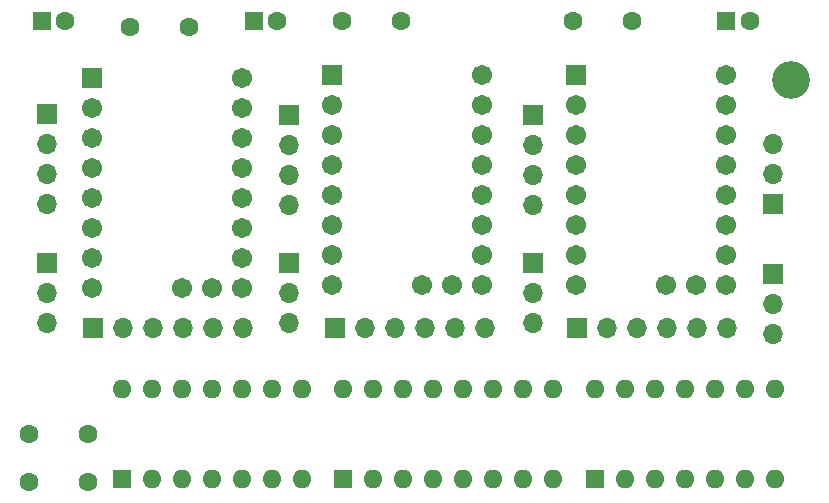
<source format=gbs>
G04 #@! TF.GenerationSoftware,KiCad,Pcbnew,8.0.3-8.0.3-0~ubuntu24.04.1*
G04 #@! TF.CreationDate,2024-07-31T19:04:03+02:00*
G04 #@! TF.ProjectId,motor-driver-breakout,6d6f746f-722d-4647-9269-7665722d6272,rev?*
G04 #@! TF.SameCoordinates,Original*
G04 #@! TF.FileFunction,Soldermask,Bot*
G04 #@! TF.FilePolarity,Negative*
%FSLAX46Y46*%
G04 Gerber Fmt 4.6, Leading zero omitted, Abs format (unit mm)*
G04 Created by KiCad (PCBNEW 8.0.3-8.0.3-0~ubuntu24.04.1) date 2024-07-31 19:04:03*
%MOMM*%
%LPD*%
G01*
G04 APERTURE LIST*
G04 Aperture macros list*
%AMRoundRect*
0 Rectangle with rounded corners*
0 $1 Rounding radius*
0 $2 $3 $4 $5 $6 $7 $8 $9 X,Y pos of 4 corners*
0 Add a 4 corners polygon primitive as box body*
4,1,4,$2,$3,$4,$5,$6,$7,$8,$9,$2,$3,0*
0 Add four circle primitives for the rounded corners*
1,1,$1+$1,$2,$3*
1,1,$1+$1,$4,$5*
1,1,$1+$1,$6,$7*
1,1,$1+$1,$8,$9*
0 Add four rect primitives between the rounded corners*
20,1,$1+$1,$2,$3,$4,$5,0*
20,1,$1+$1,$4,$5,$6,$7,0*
20,1,$1+$1,$6,$7,$8,$9,0*
20,1,$1+$1,$8,$9,$2,$3,0*%
G04 Aperture macros list end*
%ADD10C,1.600000*%
%ADD11R,1.600000X1.600000*%
%ADD12O,1.600000X1.600000*%
%ADD13C,3.200000*%
%ADD14C,1.712000*%
%ADD15RoundRect,0.102000X-0.754000X-0.754000X0.754000X-0.754000X0.754000X0.754000X-0.754000X0.754000X0*%
%ADD16R,1.700000X1.700000*%
%ADD17O,1.700000X1.700000*%
G04 APERTURE END LIST*
D10*
X160000000Y-68000000D03*
X155000000Y-68000000D03*
X160000000Y-72000000D03*
X155000000Y-72000000D03*
X163500000Y-33500000D03*
X168500000Y-33500000D03*
D11*
X156044888Y-33000000D03*
D10*
X158044888Y-33000000D03*
X201000000Y-33000000D03*
X206000000Y-33000000D03*
D11*
X174000000Y-33000000D03*
D10*
X176000000Y-33000000D03*
X181500000Y-33000000D03*
X186500000Y-33000000D03*
D11*
X214000000Y-33000000D03*
D10*
X216000000Y-33000000D03*
D11*
X202875000Y-71800000D03*
D12*
X205415000Y-71800000D03*
X207955000Y-71800000D03*
X210495000Y-71800000D03*
X213035000Y-71800000D03*
X215575000Y-71800000D03*
X218115000Y-71800000D03*
X218115000Y-64180000D03*
X215575000Y-64180000D03*
X213035000Y-64180000D03*
X210495000Y-64180000D03*
X207955000Y-64180000D03*
X205415000Y-64180000D03*
X202875000Y-64180000D03*
D13*
X219500000Y-38000000D03*
D14*
X214000000Y-37610000D03*
X214000000Y-40150000D03*
X214000000Y-42690000D03*
X214000000Y-45230000D03*
X214000000Y-47770000D03*
X214000000Y-50310000D03*
X214000000Y-52850000D03*
X214000000Y-55390000D03*
D15*
X201300000Y-37610000D03*
D14*
X201300000Y-40150000D03*
X201300000Y-42690000D03*
X201300000Y-45230000D03*
X201300000Y-47770000D03*
X201300000Y-50310000D03*
X201300000Y-52850000D03*
X201300000Y-55390000D03*
X211460000Y-55390000D03*
X208920000Y-55390000D03*
X193350000Y-37610000D03*
X193350000Y-40150000D03*
X193350000Y-42690000D03*
X193350000Y-45230000D03*
X193350000Y-47770000D03*
X193350000Y-50310000D03*
X193350000Y-52850000D03*
X193350000Y-55390000D03*
D15*
X180650000Y-37610000D03*
D14*
X180650000Y-40150000D03*
X180650000Y-42690000D03*
X180650000Y-45230000D03*
X180650000Y-47770000D03*
X180650000Y-50310000D03*
X180650000Y-52850000D03*
X180650000Y-55390000D03*
X190810000Y-55390000D03*
X188270000Y-55390000D03*
D12*
X162875000Y-64180000D03*
X165415000Y-64180000D03*
X167955000Y-64180000D03*
X170495000Y-64180000D03*
X173035000Y-64180000D03*
X175575000Y-64180000D03*
X178115000Y-64180000D03*
X178115000Y-71800000D03*
X175575000Y-71800000D03*
X173035000Y-71800000D03*
X170495000Y-71800000D03*
X167955000Y-71800000D03*
X165415000Y-71800000D03*
D11*
X162875000Y-71800000D03*
D14*
X173000000Y-37800000D03*
X173000000Y-40340000D03*
X173000000Y-42880000D03*
X173000000Y-45420000D03*
X173000000Y-47960000D03*
X173000000Y-50500000D03*
X173000000Y-53040000D03*
X173000000Y-55580000D03*
D15*
X160300000Y-37800000D03*
D14*
X160300000Y-40340000D03*
X160300000Y-42880000D03*
X160300000Y-45420000D03*
X160300000Y-47960000D03*
X160300000Y-50500000D03*
X160300000Y-53040000D03*
X160300000Y-55580000D03*
X170460000Y-55580000D03*
X167920000Y-55580000D03*
D11*
X181600000Y-71800000D03*
D12*
X184140000Y-71800000D03*
X186680000Y-71800000D03*
X189220000Y-71800000D03*
X191760000Y-71800000D03*
X194300000Y-71800000D03*
X196840000Y-71800000D03*
X199380000Y-71800000D03*
X199380000Y-64180000D03*
X196840000Y-64180000D03*
X194300000Y-64180000D03*
X191760000Y-64180000D03*
X189220000Y-64180000D03*
X186680000Y-64180000D03*
X184140000Y-64180000D03*
X181600000Y-64180000D03*
D16*
X218000000Y-54420000D03*
D17*
X218000000Y-56960000D03*
X218000000Y-59500000D03*
X197650000Y-48565000D03*
X197650000Y-46025000D03*
X197650000Y-43485000D03*
D16*
X197650000Y-40945000D03*
X177000000Y-40945000D03*
D17*
X177000000Y-43485000D03*
X177000000Y-46025000D03*
X177000000Y-48565000D03*
X197650000Y-58565000D03*
X197650000Y-56025000D03*
D16*
X197650000Y-53485000D03*
X180880000Y-59000000D03*
D17*
X183420000Y-59000000D03*
X185960000Y-59000000D03*
X188500000Y-59000000D03*
X191040000Y-59000000D03*
X193580000Y-59000000D03*
D16*
X201420000Y-59000000D03*
D17*
X203960000Y-59000000D03*
X206500000Y-59000000D03*
X209040000Y-59000000D03*
X211580000Y-59000000D03*
X214120000Y-59000000D03*
D16*
X218000000Y-48540000D03*
D17*
X218000000Y-46000000D03*
X218000000Y-43460000D03*
X177000000Y-58605000D03*
X177000000Y-56065000D03*
D16*
X177000000Y-53525000D03*
X156500000Y-53525000D03*
D17*
X156500000Y-56065000D03*
X156500000Y-58605000D03*
D16*
X156500000Y-40905000D03*
D17*
X156500000Y-43445000D03*
X156500000Y-45985000D03*
X156500000Y-48525000D03*
D16*
X160420000Y-59000000D03*
D17*
X162960000Y-59000000D03*
X165500000Y-59000000D03*
X168040000Y-59000000D03*
X170580000Y-59000000D03*
X173120000Y-59000000D03*
M02*

</source>
